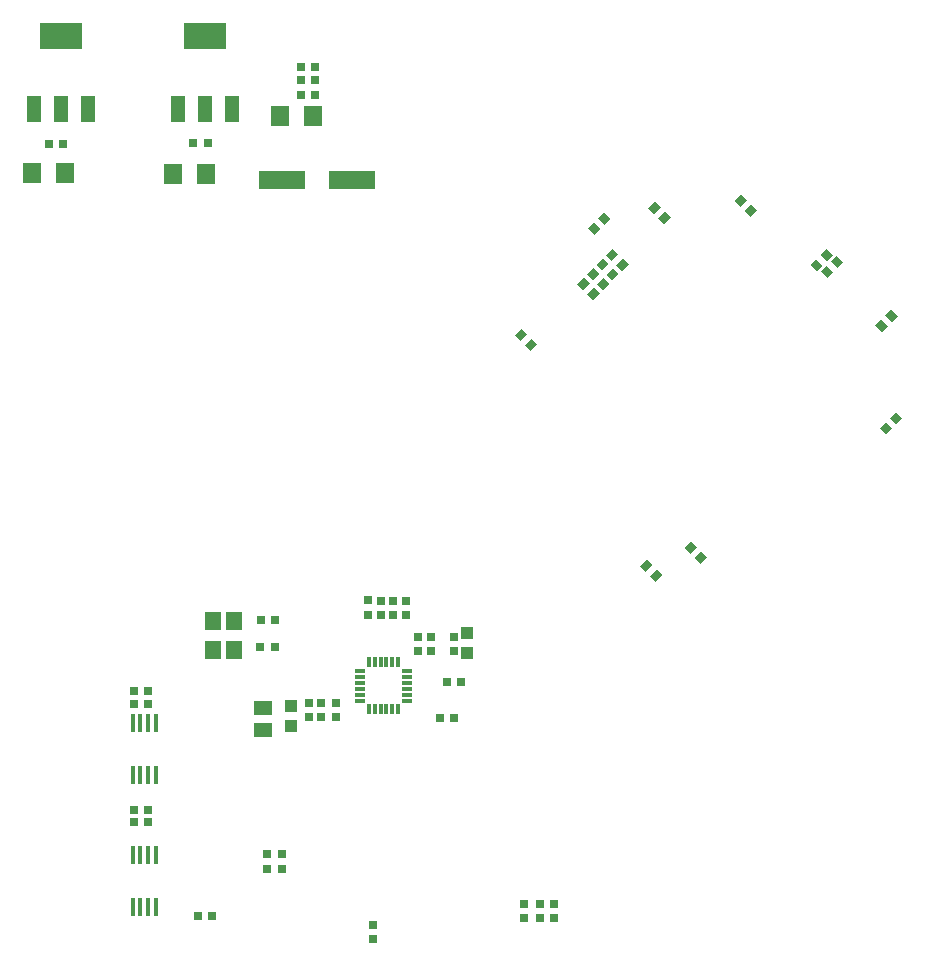
<source format=gbp>
G04 EAGLE Gerber RS-274X export*
G75*
%MOMM*%
%FSLAX34Y34*%
%LPD*%
%INSolderpaste Bottom*%
%IPPOS*%
%AMOC8*
5,1,8,0,0,1.08239X$1,22.5*%
G01*
%ADD10R,0.863600X0.304800*%
%ADD11R,0.304800X0.863600*%
%ADD12R,0.800000X0.700000*%
%ADD13R,0.700000X0.800000*%
%ADD14R,1.400000X1.600000*%
%ADD15R,1.000000X1.100000*%
%ADD16R,1.500000X1.300000*%
%ADD17R,4.000000X1.500000*%
%ADD18R,1.600000X1.800000*%
%ADD19R,1.219200X2.235200*%
%ADD20R,3.600000X2.200000*%
%ADD21R,0.431800X1.524000*%


D10*
X321315Y264000D03*
X321315Y269000D03*
X321315Y274000D03*
X321315Y279000D03*
X321315Y284000D03*
X321315Y289000D03*
D11*
X328500Y296185D03*
X333500Y296185D03*
X338500Y296185D03*
X343500Y296185D03*
X348500Y296185D03*
X353500Y296185D03*
D10*
X360685Y289000D03*
X360685Y284000D03*
X360685Y279000D03*
X360685Y274000D03*
X360685Y269000D03*
X360685Y264000D03*
D11*
X353500Y256815D03*
X348500Y256815D03*
X343500Y256815D03*
X338500Y256815D03*
X333500Y256815D03*
X328500Y256815D03*
D12*
X332100Y62200D03*
X332100Y74200D03*
D13*
X183700Y81400D03*
X195700Y81400D03*
D12*
X242600Y133700D03*
X242600Y121700D03*
X255400Y133700D03*
X255400Y121700D03*
D14*
X196500Y331100D03*
X214500Y331100D03*
X214500Y307100D03*
X196500Y307100D03*
D13*
X248700Y308900D03*
X236700Y308900D03*
X249200Y332100D03*
X237200Y332100D03*
D12*
X327600Y348700D03*
X327600Y336700D03*
D15*
X262620Y259110D03*
X262620Y242110D03*
D12*
X277900Y261800D03*
X277900Y249800D03*
X288200Y261800D03*
X288200Y249800D03*
X301000Y261800D03*
X301000Y249800D03*
D16*
X239200Y238800D03*
X239200Y257800D03*
D12*
X359600Y336200D03*
X359600Y348200D03*
X349400Y336200D03*
X349400Y348200D03*
X338610Y336400D03*
X338610Y348400D03*
D15*
X412000Y304000D03*
X412000Y321000D03*
D12*
X401000Y306000D03*
X401000Y318000D03*
X370000Y318000D03*
X370000Y306000D03*
X381000Y318000D03*
X381000Y306000D03*
D13*
X400500Y249000D03*
X388500Y249000D03*
X407000Y280000D03*
X395000Y280000D03*
D12*
G36*
X724707Y640727D02*
X730363Y635071D01*
X725413Y630121D01*
X719757Y635777D01*
X724707Y640727D01*
G37*
G36*
X716222Y632242D02*
X721878Y626586D01*
X716928Y621636D01*
X711272Y627292D01*
X716222Y632242D01*
G37*
G36*
X770908Y595260D02*
X776564Y589604D01*
X771614Y584654D01*
X765958Y590310D01*
X770908Y595260D01*
G37*
G36*
X762423Y586775D02*
X768079Y581119D01*
X763129Y576169D01*
X757473Y581825D01*
X762423Y586775D01*
G37*
G36*
X638210Y687156D02*
X643866Y692812D01*
X648816Y687862D01*
X643160Y682206D01*
X638210Y687156D01*
G37*
G36*
X646695Y678671D02*
X652351Y684327D01*
X657301Y679377D01*
X651645Y673721D01*
X646695Y678671D01*
G37*
G36*
X471059Y565521D02*
X465403Y559865D01*
X460453Y564815D01*
X466109Y570471D01*
X471059Y565521D01*
G37*
G36*
X462574Y574006D02*
X456918Y568350D01*
X451968Y573300D01*
X457624Y578956D01*
X462574Y574006D01*
G37*
G36*
X766703Y489312D02*
X761047Y494968D01*
X765997Y499918D01*
X771653Y494262D01*
X766703Y489312D01*
G37*
G36*
X775189Y497798D02*
X769533Y503454D01*
X774483Y508404D01*
X780139Y502748D01*
X775189Y497798D01*
G37*
G36*
X715592Y646442D02*
X721248Y640786D01*
X716298Y635836D01*
X710642Y641492D01*
X715592Y646442D01*
G37*
G36*
X707107Y637957D02*
X712763Y632301D01*
X707813Y627351D01*
X702157Y633007D01*
X707107Y637957D01*
G37*
G36*
X527339Y677290D02*
X532995Y671634D01*
X528045Y666684D01*
X522389Y672340D01*
X527339Y677290D01*
G37*
G36*
X518854Y668805D02*
X524510Y663149D01*
X519560Y658199D01*
X513904Y663855D01*
X518854Y668805D01*
G37*
G36*
X584246Y673048D02*
X578590Y667392D01*
X573640Y672342D01*
X579296Y677998D01*
X584246Y673048D01*
G37*
G36*
X575760Y681533D02*
X570104Y675877D01*
X565154Y680827D01*
X570810Y686483D01*
X575760Y681533D01*
G37*
G36*
X523925Y608802D02*
X518269Y603146D01*
X513319Y608096D01*
X518975Y613752D01*
X523925Y608802D01*
G37*
G36*
X515440Y617287D02*
X509784Y611631D01*
X504834Y616581D01*
X510490Y622237D01*
X515440Y617287D01*
G37*
G36*
X548411Y633249D02*
X542755Y627593D01*
X537805Y632543D01*
X543461Y638199D01*
X548411Y633249D01*
G37*
G36*
X539926Y641735D02*
X534270Y636079D01*
X529320Y641029D01*
X534976Y646685D01*
X539926Y641735D01*
G37*
G36*
X558024Y377881D02*
X563680Y383537D01*
X568630Y378587D01*
X562974Y372931D01*
X558024Y377881D01*
G37*
G36*
X566510Y369396D02*
X572166Y375052D01*
X577116Y370102D01*
X571460Y364446D01*
X566510Y369396D01*
G37*
G36*
X595818Y393004D02*
X601474Y398660D01*
X606424Y393710D01*
X600768Y388054D01*
X595818Y393004D01*
G37*
G36*
X604304Y384519D02*
X609960Y390175D01*
X614910Y385225D01*
X609254Y379569D01*
X604304Y384519D01*
G37*
G36*
X540146Y625310D02*
X534490Y619654D01*
X529540Y624604D01*
X535196Y630260D01*
X540146Y625310D01*
G37*
G36*
X531660Y633796D02*
X526004Y628140D01*
X521054Y633090D01*
X526710Y638746D01*
X531660Y633796D01*
G37*
G36*
X532231Y617010D02*
X526575Y611354D01*
X521625Y616304D01*
X527281Y621960D01*
X532231Y617010D01*
G37*
G36*
X523746Y625496D02*
X518090Y619840D01*
X513140Y624790D01*
X518796Y630446D01*
X523746Y625496D01*
G37*
D17*
X255000Y705000D03*
X314000Y705000D03*
D13*
X271000Y777000D03*
X283000Y777000D03*
X271000Y800000D03*
X283000Y800000D03*
D18*
X253000Y759000D03*
X281000Y759000D03*
D13*
X271000Y789000D03*
X283000Y789000D03*
X180000Y736000D03*
X192000Y736000D03*
D18*
X163000Y710000D03*
X191000Y710000D03*
D13*
X58000Y735000D03*
X70000Y735000D03*
D18*
X43000Y711000D03*
X71000Y711000D03*
D19*
X91114Y765012D03*
X68000Y765012D03*
X44886Y765012D03*
D20*
X68000Y826990D03*
D19*
X213114Y765012D03*
X190000Y765012D03*
X166886Y765012D03*
D20*
X190000Y826990D03*
D13*
X141600Y160900D03*
X129600Y160900D03*
X141500Y171300D03*
X129500Y171300D03*
D21*
X147950Y89383D03*
X141450Y89383D03*
X134950Y89383D03*
X128450Y89383D03*
X128450Y132817D03*
X134950Y132817D03*
X141450Y132817D03*
X147950Y132817D03*
D13*
X141700Y271900D03*
X129700Y271900D03*
X141500Y261400D03*
X129500Y261400D03*
D21*
X147950Y201283D03*
X141450Y201283D03*
X134950Y201283D03*
X128450Y201283D03*
X128450Y244717D03*
X134950Y244717D03*
X141450Y244717D03*
X147950Y244717D03*
D12*
X485000Y80000D03*
X485000Y92000D03*
X473500Y80000D03*
X473500Y92000D03*
X460000Y92000D03*
X460000Y80000D03*
M02*

</source>
